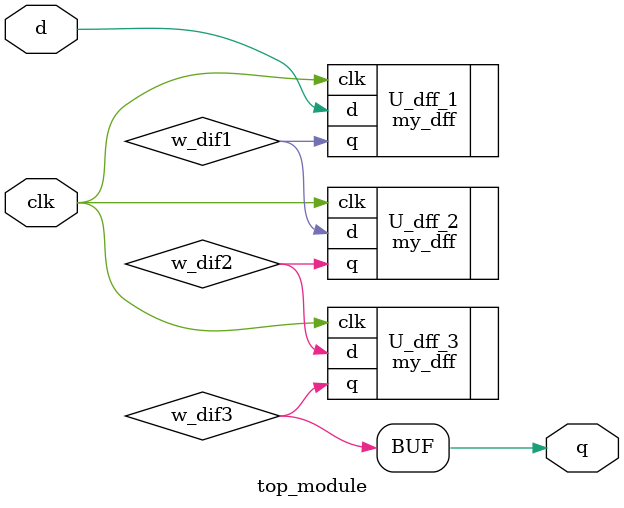
<source format=v>
module top_module ( input clk, input d, output q );

wire w_dif1;
wire w_dif2;
wire w_dif3;

    my_dff U_dff_1 ( .clk(clk), .d(     d), .q(w_dif1) );
    my_dff U_dff_2 ( .clk(clk), .d(w_dif1), .q(w_dif2) );
    my_dff U_dff_3 ( .clk(clk), .d(w_dif2), .q(w_dif3) );

assign q = w_dif3;

endmodule

</source>
